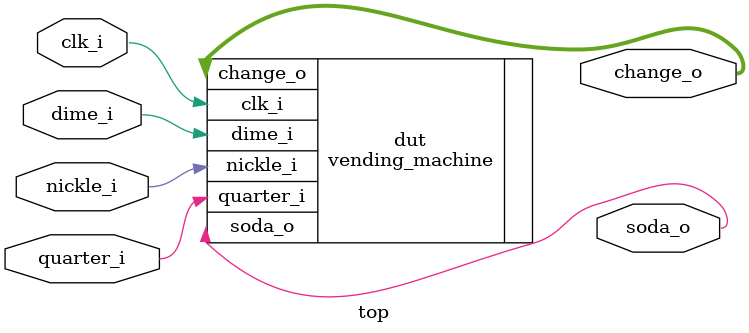
<source format=sv>
module top (
  // input
  input logic clk_i,
  input logic nickle_i,
  input logic dime_i,
  input logic quarter_i,

  // output
  output logic soda_o,
  output logic [2:0] change_o
  );

  vending_machine dut (
    .clk_i    (clk_i)     ,
    .nickle_i (nickle_i)  ,
    .dime_i   (dime_i)    ,
    .quarter_i(quarter_i) ,
    .soda_o   (soda_o)    ,
    .change_o (change_o)
  );
endmodule : top

</source>
